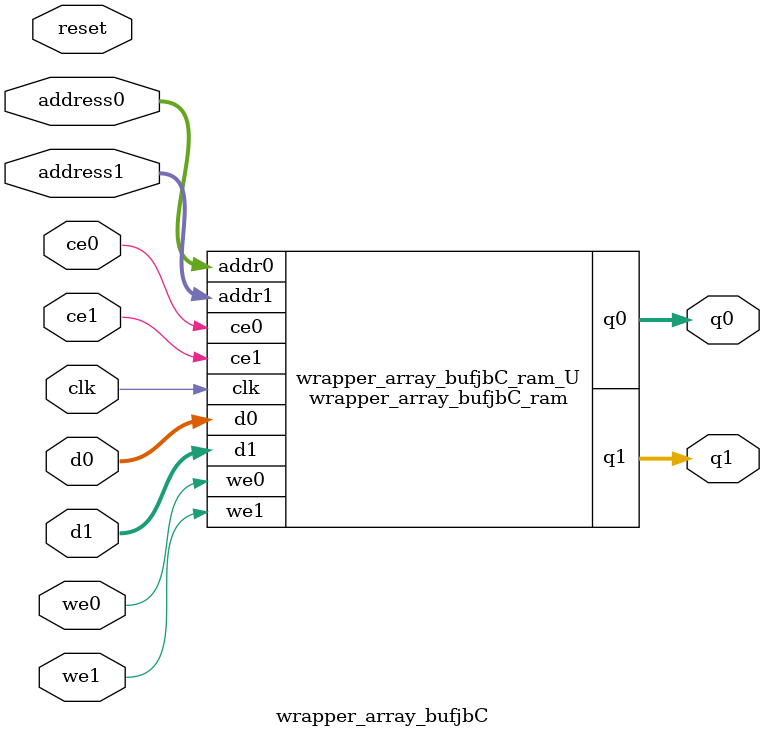
<source format=v>
`timescale 1 ns / 1 ps
module wrapper_array_bufjbC_ram (addr0, ce0, d0, we0, q0, addr1, ce1, d1, we1, q1,  clk);

parameter DWIDTH = 32;
parameter AWIDTH = 10;
parameter MEM_SIZE = 1024;

input[AWIDTH-1:0] addr0;
input ce0;
input[DWIDTH-1:0] d0;
input we0;
output reg[DWIDTH-1:0] q0;
input[AWIDTH-1:0] addr1;
input ce1;
input[DWIDTH-1:0] d1;
input we1;
output reg[DWIDTH-1:0] q1;
input clk;

(* ram_style = "block" *)reg [DWIDTH-1:0] ram[0:MEM_SIZE-1];




always @(posedge clk)  
begin 
    if (ce0) begin
        if (we0) 
            ram[addr0] <= d0; 
        q0 <= ram[addr0];
    end
end


always @(posedge clk)  
begin 
    if (ce1) begin
        if (we1) 
            ram[addr1] <= d1; 
        q1 <= ram[addr1];
    end
end


endmodule

`timescale 1 ns / 1 ps
module wrapper_array_bufjbC(
    reset,
    clk,
    address0,
    ce0,
    we0,
    d0,
    q0,
    address1,
    ce1,
    we1,
    d1,
    q1);

parameter DataWidth = 32'd32;
parameter AddressRange = 32'd1024;
parameter AddressWidth = 32'd10;
input reset;
input clk;
input[AddressWidth - 1:0] address0;
input ce0;
input we0;
input[DataWidth - 1:0] d0;
output[DataWidth - 1:0] q0;
input[AddressWidth - 1:0] address1;
input ce1;
input we1;
input[DataWidth - 1:0] d1;
output[DataWidth - 1:0] q1;



wrapper_array_bufjbC_ram wrapper_array_bufjbC_ram_U(
    .clk( clk ),
    .addr0( address0 ),
    .ce0( ce0 ),
    .we0( we0 ),
    .d0( d0 ),
    .q0( q0 ),
    .addr1( address1 ),
    .ce1( ce1 ),
    .we1( we1 ),
    .d1( d1 ),
    .q1( q1 ));

endmodule


</source>
